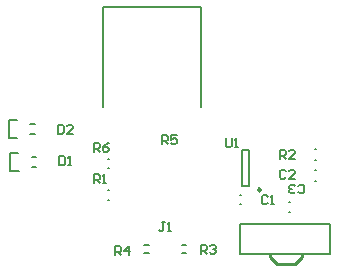
<source format=gto>
G04*
G04 #@! TF.GenerationSoftware,Altium Limited,Altium Designer,19.1.5 (86)*
G04*
G04 Layer_Color=65535*
%FSLAX25Y25*%
%MOIN*%
G70*
G01*
G75*
%ADD10C,0.00984*%
%ADD11C,0.00787*%
%ADD12C,0.01000*%
%ADD13C,0.00500*%
%ADD14C,0.00591*%
D10*
X186216Y182717D02*
G03*
X186216Y182717I-492J0D01*
G01*
D11*
X195634Y178772D02*
X196028D01*
X195634Y175228D02*
X196028D01*
X204303Y196272D02*
X204697D01*
X204303Y192728D02*
X204697D01*
X179185Y161500D02*
X209185D01*
Y171500D01*
X179185D02*
X209185D01*
X179185Y161500D02*
Y171500D01*
X204303Y185728D02*
X204697D01*
X204303Y189272D02*
X204697D01*
X179303Y181075D02*
X179697D01*
X179303Y177925D02*
X179697D01*
X182181Y184095D02*
Y195905D01*
X179819Y184095D02*
Y195905D01*
Y184095D02*
X182181D01*
X179819Y195905D02*
X182181D01*
X109839Y190228D02*
X111413D01*
X109839Y193772D02*
X111413D01*
X109339Y201228D02*
X110913D01*
X109339Y204772D02*
X110913D01*
X135303Y193075D02*
X135697D01*
X135303Y189925D02*
X135697D01*
X135303Y182575D02*
X135697D01*
X135303Y179425D02*
X135697D01*
X147343Y161622D02*
X148918D01*
X147343Y164378D02*
X148918D01*
X159843Y161622D02*
X161418D01*
X159843Y164378D02*
X161418D01*
D12*
X189134Y160500D02*
Y161500D01*
Y160500D02*
X191634Y158000D01*
X197500D01*
X200000Y160500D01*
Y161500D01*
D13*
X102726Y188850D02*
X105452D01*
X102726Y195150D02*
X105409D01*
X102726Y188850D02*
Y195150D01*
X102226Y199850D02*
X104952D01*
X102226Y206150D02*
X104909D01*
X102226Y199850D02*
Y206150D01*
X198686Y182001D02*
X199186Y181501D01*
X200185D01*
X200685Y182001D01*
Y184000D01*
X200185Y184500D01*
X199186D01*
X198686Y184000D01*
X197686Y182001D02*
X197186Y181501D01*
X196186D01*
X195687Y182001D01*
Y182501D01*
X196186Y183001D01*
X196686D01*
X196186D01*
X195687Y183500D01*
Y184000D01*
X196186Y184500D01*
X197186D01*
X197686Y184000D01*
X174500Y199999D02*
Y197500D01*
X175000Y197000D01*
X175999D01*
X176499Y197500D01*
Y199999D01*
X177499Y197000D02*
X178499D01*
X177999D01*
Y199999D01*
X177499Y199499D01*
X130500Y195500D02*
Y198499D01*
X132000D01*
X132499Y197999D01*
Y197000D01*
X132000Y196500D01*
X130500D01*
X131500D02*
X132499Y195500D01*
X135498Y198499D02*
X134499Y197999D01*
X133499Y197000D01*
Y196000D01*
X133999Y195500D01*
X134999D01*
X135498Y196000D01*
Y196500D01*
X134999Y197000D01*
X133499D01*
X153200Y198000D02*
Y200999D01*
X154700D01*
X155199Y200499D01*
Y199499D01*
X154700Y199000D01*
X153200D01*
X154200D02*
X155199Y198000D01*
X158198Y200999D02*
X156199D01*
Y199499D01*
X157199Y199999D01*
X157699D01*
X158198Y199499D01*
Y198500D01*
X157699Y198000D01*
X156699D01*
X156199Y198500D01*
X137630Y161000D02*
Y163999D01*
X139130D01*
X139630Y163499D01*
Y162499D01*
X139130Y162000D01*
X137630D01*
X138630D02*
X139630Y161000D01*
X142129D02*
Y163999D01*
X140629Y162499D01*
X142629D01*
X166130Y161500D02*
Y164499D01*
X167630D01*
X168130Y163999D01*
Y162999D01*
X167630Y162500D01*
X166130D01*
X167130D02*
X168130Y161500D01*
X169130Y163999D02*
X169629Y164499D01*
X170629D01*
X171129Y163999D01*
Y163499D01*
X170629Y162999D01*
X170129D01*
X170629D01*
X171129Y162500D01*
Y162000D01*
X170629Y161500D01*
X169629D01*
X169130Y162000D01*
X192500Y193100D02*
Y196099D01*
X194000D01*
X194499Y195599D01*
Y194599D01*
X194000Y194100D01*
X192500D01*
X193500D02*
X194499Y193100D01*
X197498D02*
X195499D01*
X197498Y195099D01*
Y195599D01*
X196999Y196099D01*
X195999D01*
X195499Y195599D01*
X130500Y185000D02*
Y187999D01*
X132000D01*
X132499Y187499D01*
Y186500D01*
X132000Y186000D01*
X130500D01*
X131500D02*
X132499Y185000D01*
X133499D02*
X134499D01*
X133999D01*
Y187999D01*
X133499Y187499D01*
X154130Y171999D02*
X153130D01*
X153630D01*
Y169500D01*
X153130Y169000D01*
X152630D01*
X152130Y169500D01*
X155130Y169000D02*
X156129D01*
X155629D01*
Y171999D01*
X155130Y171499D01*
X118500Y204499D02*
Y201500D01*
X120000D01*
X120499Y202000D01*
Y203999D01*
X120000Y204499D01*
X118500D01*
X123498Y201500D02*
X121499D01*
X123498Y203499D01*
Y203999D01*
X122999Y204499D01*
X121999D01*
X121499Y203999D01*
X119000Y193999D02*
Y191000D01*
X120500D01*
X120999Y191500D01*
Y193499D01*
X120500Y193999D01*
X119000D01*
X121999Y191000D02*
X122999D01*
X122499D01*
Y193999D01*
X121999Y193499D01*
X194499Y188999D02*
X194000Y189499D01*
X193000D01*
X192500Y188999D01*
Y187000D01*
X193000Y186500D01*
X194000D01*
X194499Y187000D01*
X197498Y186500D02*
X195499D01*
X197498Y188499D01*
Y188999D01*
X196999Y189499D01*
X195999D01*
X195499Y188999D01*
X188499Y180499D02*
X187999Y180999D01*
X187000D01*
X186500Y180499D01*
Y178500D01*
X187000Y178000D01*
X187999D01*
X188499Y178500D01*
X189499Y178000D02*
X190499D01*
X189999D01*
Y180999D01*
X189499Y180499D01*
D14*
X133661Y210480D02*
Y243748D01*
X166339Y210480D02*
Y243748D01*
X133661D02*
X166339D01*
M02*

</source>
